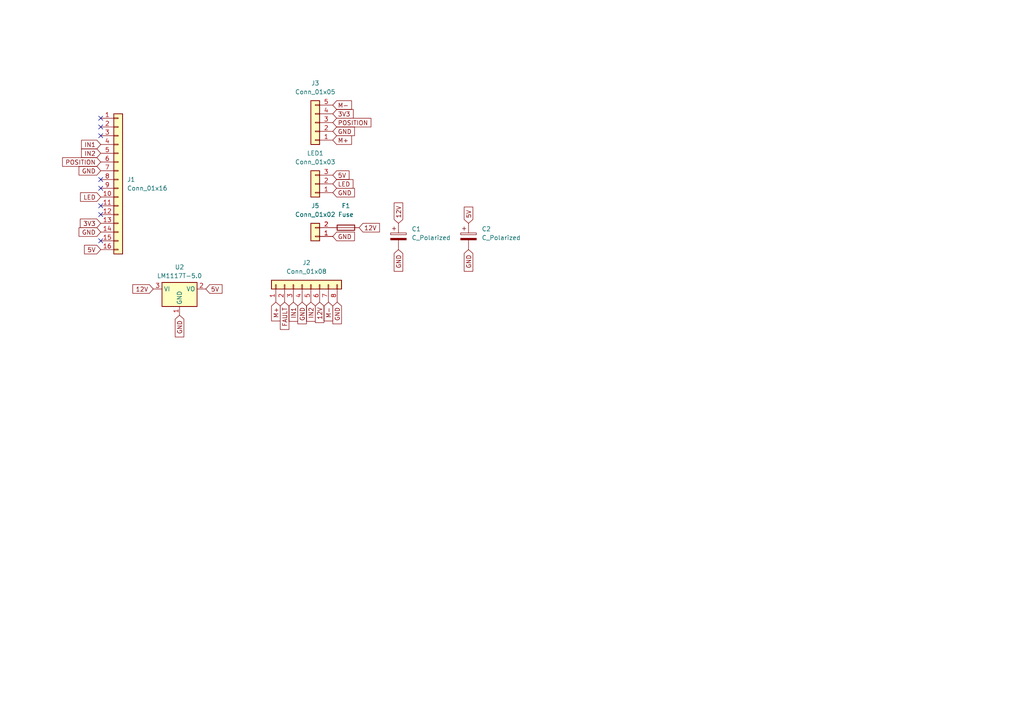
<source format=kicad_sch>
(kicad_sch (version 20231120) (generator "eeschema") (generator_version "8.0")
  (paper "A4")
  (lib_symbols
    (symbol "Connector_Generic:Conn_01x02" (pin_names (offset 1.016) hide)
      (property "Reference" "J" (at 0 2.54 0))
      (property "Value" "Conn_01x02" (at 0 -5.08 0))
      (symbol "Conn_01x02_1_1"
        (rectangle (start -1.27 -2.413) (end 0 -2.667) (stroke (width 0.1524)))
        (rectangle (start -1.27 0.127) (end 0 -0.127) (stroke (width 0.1524)))
        (rectangle (start -1.27 1.27) (end 1.27 -3.81) (stroke (width 0.254)) (fill (type background)))
        (pin passive line (at -5.08 0 0) (length 3.81) (name "Pin_1") (number "1"))
        (pin passive line (at -5.08 -2.54 0) (length 3.81) (name "Pin_2") (number "2"))
      )
    )
    (symbol "Connector_Generic:Conn_01x03" (pin_names (offset 1.016) hide)
      (property "Reference" "J" (at 0 5.08 0))
      (property "Value" "Conn_01x03" (at 0 -5.08 0))
      (symbol "Conn_01x03_1_1"
        (rectangle (start -1.27 -2.413) (end 0 -2.667) (stroke (width 0.1524)))
        (rectangle (start -1.27 0.127) (end 0 -0.127) (stroke (width 0.1524)))
        (rectangle (start -1.27 2.667) (end 0 2.413) (stroke (width 0.1524)))
        (rectangle (start -1.27 3.81) (end 1.27 -3.81) (stroke (width 0.254)) (fill (type background)))
        (pin passive line (at -5.08 2.54 0) (length 3.81) (name "Pin_1") (number "1"))
        (pin passive line (at -5.08 0 0) (length 3.81) (name "Pin_2") (number "2"))
        (pin passive line (at -5.08 -2.54 0) (length 3.81) (name "Pin_3") (number "3"))
      )
    )
    (symbol "Connector_Generic:Conn_01x05" (pin_names (offset 1.016) hide)
      (property "Reference" "J" (at 0 7.62 0))
      (property "Value" "Conn_01x05" (at 0 -7.62 0))
      (symbol "Conn_01x05_1_1"
        (rectangle (start -1.27 -4.953) (end 0 -5.207) (stroke (width 0.1524)))
        (rectangle (start -1.27 -2.413) (end 0 -2.667) (stroke (width 0.1524)))
        (rectangle (start -1.27 0.127) (end 0 -0.127) (stroke (width 0.1524)))
        (rectangle (start -1.27 2.667) (end 0 2.413) (stroke (width 0.1524)))
        (rectangle (start -1.27 5.207) (end 0 4.953) (stroke (width 0.1524)))
        (rectangle (start -1.27 6.35) (end 1.27 -6.35) (stroke (width 0.254)) (fill (type background)))
        (pin passive line (at -5.08 5.08 0) (length 3.81) (name "Pin_1") (number "1"))
        (pin passive line (at -5.08 2.54 0) (length 3.81) (name "Pin_2") (number "2"))
        (pin passive line (at -5.08 0 0) (length 3.81) (name "Pin_3") (number "3"))
        (pin passive line (at -5.08 -2.54 0) (length 3.81) (name "Pin_4") (number "4"))
        (pin passive line (at -5.08 -5.08 0) (length 3.81) (name "Pin_5") (number "5"))
      )
    )
    (symbol "Connector_Generic:Conn_01x08" (pin_names (offset 1.016) hide)
      (property "Reference" "J" (at 0 10.16 0))
      (property "Value" "Conn_01x08" (at 0 -12.7 0))
      (symbol "Conn_01x08_1_1"
        (rectangle (start -1.27 -10.033) (end 0 -10.287) (stroke (width 0.1524)))
        (rectangle (start -1.27 -7.493) (end 0 -7.747) (stroke (width 0.1524)))
        (rectangle (start -1.27 -4.953) (end 0 -5.207) (stroke (width 0.1524)))
        (rectangle (start -1.27 -2.413) (end 0 -2.667) (stroke (width 0.1524)))
        (rectangle (start -1.27 0.127) (end 0 -0.127) (stroke (width 0.1524)))
        (rectangle (start -1.27 2.667) (end 0 2.413) (stroke (width 0.1524)))
        (rectangle (start -1.27 5.207) (end 0 4.953) (stroke (width 0.1524)))
        (rectangle (start -1.27 7.747) (end 0 7.493) (stroke (width 0.1524)))
        (rectangle (start -1.27 8.89) (end 1.27 -11.43) (stroke (width 0.254)) (fill (type background)))
        (pin passive line (at -5.08 7.62 0) (length 3.81) (name "Pin_1") (number "1"))
        (pin passive line (at -5.08 5.08 0) (length 3.81) (name "Pin_2") (number "2"))
        (pin passive line (at -5.08 2.54 0) (length 3.81) (name "Pin_3") (number "3"))
        (pin passive line (at -5.08 0 0) (length 3.81) (name "Pin_4") (number "4"))
        (pin passive line (at -5.08 -2.54 0) (length 3.81) (name "Pin_5") (number "5"))
        (pin passive line (at -5.08 -5.08 0) (length 3.81) (name "Pin_6") (number "6"))
        (pin passive line (at -5.08 -7.62 0) (length 3.81) (name "Pin_7") (number "7"))
        (pin passive line (at -5.08 -10.16 0) (length 3.81) (name "Pin_8") (number "8"))
      )
    )
    (symbol "Connector_Generic:Conn_01x16" (pin_names (offset 1.016) hide)
      (property "Reference" "J" (at 0 20.32 0))
      (property "Value" "Conn_01x16" (at 0 -22.86 0))
      (symbol "Conn_01x16_1_1"
        (rectangle (start -1.27 -20.193) (end 0 -20.447) (stroke (width 0.1524)))
        (rectangle (start -1.27 -17.653) (end 0 -17.907) (stroke (width 0.1524)))
        (rectangle (start -1.27 -15.113) (end 0 -15.367) (stroke (width 0.1524)))
        (rectangle (start -1.27 -12.573) (end 0 -12.827) (stroke (width 0.1524)))
        (rectangle (start -1.27 -10.033) (end 0 -10.287) (stroke (width 0.1524)))
        (rectangle (start -1.27 -7.493) (end 0 -7.747) (stroke (width 0.1524)))
        (rectangle (start -1.27 -4.953) (end 0 -5.207) (stroke (width 0.1524)))
        (rectangle (start -1.27 -2.413) (end 0 -2.667) (stroke (width 0.1524)))
        (rectangle (start -1.27 0.127) (end 0 -0.127) (stroke (width 0.1524)))
        (rectangle (start -1.27 2.667) (end 0 2.413) (stroke (width 0.1524)))
        (rectangle (start -1.27 5.207) (end 0 4.953) (stroke (width 0.1524)))
        (rectangle (start -1.27 7.747) (end 0 7.493) (stroke (width 0.1524)))
        (rectangle (start -1.27 10.287) (end 0 10.033) (stroke (width 0.1524)))
        (rectangle (start -1.27 12.827) (end 0 12.573) (stroke (width 0.1524)))
        (rectangle (start -1.27 15.367) (end 0 15.113) (stroke (width 0.1524)))
        (rectangle (start -1.27 17.907) (end 0 17.653) (stroke (width 0.1524)))
        (rectangle (start -1.27 19.05) (end 1.27 -21.59) (stroke (width 0.254)) (fill (type background)))
        (pin passive line (at -5.08 17.78 0) (length 3.81) (name "Pin_1") (number "1"))
        (pin passive line (at -5.08 -5.08 0) (length 3.81) (name "Pin_10") (number "10"))
        (pin passive line (at -5.08 -7.62 0) (length 3.81) (name "Pin_11") (number "11"))
        (pin passive line (at -5.08 -10.16 0) (length 3.81) (name "Pin_12") (number "12"))
        (pin passive line (at -5.08 -12.7 0) (length 3.81) (name "Pin_13") (number "13"))
        (pin passive line (at -5.08 -15.24 0) (length 3.81) (name "Pin_14") (number "14"))
        (pin passive line (at -5.08 -17.78 0) (length 3.81) (name "Pin_15") (number "15"))
        (pin passive line (at -5.08 -20.32 0) (length 3.81) (name "Pin_16") (number "16"))
        (pin passive line (at -5.08 15.24 0) (length 3.81) (name "Pin_2") (number "2"))
        (pin passive line (at -5.08 12.7 0) (length 3.81) (name "Pin_3") (number "3"))
        (pin passive line (at -5.08 10.16 0) (length 3.81) (name "Pin_4") (number "4"))
        (pin passive line (at -5.08 7.62 0) (length 3.81) (name "Pin_5") (number "5"))
        (pin passive line (at -5.08 5.08 0) (length 3.81) (name "Pin_6") (number "6"))
        (pin passive line (at -5.08 2.54 0) (length 3.81) (name "Pin_7") (number "7"))
        (pin passive line (at -5.08 0 0) (length 3.81) (name "Pin_8") (number "8"))
        (pin passive line (at -5.08 -2.54 0) (length 3.81) (name "Pin_9") (number "9"))
      )
    )
    (symbol "Device:C_Polarized" (pin_numbers hide) (pin_names (offset 0.254))
      (property "Reference" "C" (at 0.635 2.54 0))
      (property "Value" "C_Polarized" (at 0.635 -2.54 0))
      (symbol "C_Polarized_0_1"
        (rectangle (start -2.286 0.508) (end 2.286 1.016))
        (polyline (pts (xy -1.778 2.286) (xy -0.762 2.286)))
        (polyline (pts (xy -1.27 2.794) (xy -1.27 1.778)))
        (rectangle (start 2.286 -0.508) (end -2.286 -1.016) (fill (type outline)))
      )
      (symbol "C_Polarized_1_1"
        (pin passive line (at 0 3.81 270) (length 2.794) (name "~") (number "1"))
        (pin passive line (at 0 -3.81 90) (length 2.794) (name "~") (number "2"))
      )
    )
    (symbol "Device:Fuse" (pin_numbers hide) (pin_names (offset 0))
      (property "Reference" "F" (at 2.032 0 90))
      (property "Value" "Fuse" (at -1.905 0 90))
      (symbol "Fuse_0_1"
        (rectangle (start -0.762 -2.54) (end 0.762 2.54) (stroke (width 0.254)))
        (polyline (pts (xy 0 2.54) (xy 0 -2.54)))
      )
      (symbol "Fuse_1_1"
        (pin passive line (at 0 3.81 270) (length 1.27) (name "~") (number "1"))
        (pin passive line (at 0 -3.81 90) (length 1.27) (name "~") (number "2"))
      )
    )
    (symbol "Regulator_Linear:LM1117T-5.0"
      (property "Reference" "U" (at -3.81 3.175 0))
      (property "Value" "LM1117T-5.0" (at 0 3.175 0))
      (symbol "LM1117T-5.0_0_1"
        (rectangle (start -5.08 -5.08) (end 5.08 1.905) (stroke (width 0.254)) (fill (type background)))
      )
      (symbol "LM1117T-5.0_1_1"
        (pin power_in line (at 0 -7.62 90) (length 2.54) (name "GND") (number "1"))
        (pin power_out line (at 7.62 0 180) (length 2.54) (name "VO") (number "2"))
        (pin power_in line (at -7.62 0 0) (length 2.54) (name "VI") (number "3"))
      )
    )
  )
  (no_connect (at 29.21 52.07))
  (no_connect (at 29.21 34.29))
  (no_connect (at 29.21 62.23))
  (no_connect (at 29.21 39.37))
  (no_connect (at 29.21 69.85))
  (no_connect (at 29.21 36.83))
  (no_connect (at 29.21 59.69))
  (no_connect (at 29.21 54.61))
  (global_label "GND" (shape input) (at 135.89 72.39 270) (property "Intersheetrefs" "${INTERSHEET_REFS}" (effects (hide yes))))
  (global_label "POSITION" (shape input) (at 29.21 46.99 180) (property "Intersheetrefs" "${INTERSHEET_REFS}" (effects (hide yes))))
  (global_label "12V" (shape input) (at 115.57 64.77 90) (property "Intersheetrefs" "${INTERSHEET_REFS}" (effects (hide yes))))
  (global_label "IN2" (shape input) (at 29.21 44.45 180) (property "Intersheetrefs" "${INTERSHEET_REFS}" (effects (hide yes))))
  (global_label "5V" (shape input) (at 135.89 64.77 90) (property "Intersheetrefs" "${INTERSHEET_REFS}" (effects (hide yes))))
  (global_label "5V" (shape input) (at 59.69 83.82 0) (property "Intersheetrefs" "${INTERSHEET_REFS}" (effects (hide yes))))
  (global_label "5V" (shape input) (at 29.21 72.39 180) (property "Intersheetrefs" "${INTERSHEET_REFS}" (effects (hide yes))))
  (global_label "GND" (shape input) (at 115.57 72.39 270) (property "Intersheetrefs" "${INTERSHEET_REFS}" (effects (hide yes))))
  (global_label "POSITION" (shape input) (at 96.52 35.56 0) (property "Intersheetrefs" "${INTERSHEET_REFS}" (effects (hide yes))))
  (global_label "12V" (shape input) (at 92.71 87.63 270) (property "Intersheetrefs" "${INTERSHEET_REFS}" (effects (hide yes))))
  (global_label "3V3" (shape input) (at 96.52 33.02 0) (property "Intersheetrefs" "${INTERSHEET_REFS}" (effects (hide yes))))
  (global_label "M-" (shape input) (at 95.25 87.63 270) (property "Intersheetrefs" "${INTERSHEET_REFS}" (effects (hide yes))))
  (global_label "LED" (shape input) (at 29.21 57.15 180) (property "Intersheetrefs" "${INTERSHEET_REFS}" (effects (hide yes))))
  (global_label "GND" (shape input) (at 87.63 87.63 270) (property "Intersheetrefs" "${INTERSHEET_REFS}" (effects (hide yes))))
  (global_label "5V" (shape input) (at 96.52 50.8 0) (property "Intersheetrefs" "${INTERSHEET_REFS}" (effects (hide yes))))
  (global_label "GND" (shape input) (at 96.52 68.58 0) (property "Intersheetrefs" "${INTERSHEET_REFS}" (effects (hide yes))))
  (global_label "GND" (shape input) (at 97.79 87.63 270) (property "Intersheetrefs" "${INTERSHEET_REFS}" (effects (hide yes))))
  (global_label "IN1" (shape input) (at 85.09 87.63 270) (property "Intersheetrefs" "${INTERSHEET_REFS}" (effects (hide yes))))
  (global_label "M+" (shape input) (at 80.01 87.63 270) (property "Intersheetrefs" "${INTERSHEET_REFS}" (effects (hide yes))))
  (global_label "GND" (shape input) (at 96.52 55.88 0) (property "Intersheetrefs" "${INTERSHEET_REFS}" (effects (hide yes))))
  (global_label "GND" (shape input) (at 29.21 67.31 180) (property "Intersheetrefs" "${INTERSHEET_REFS}" (effects (hide yes))))
  (global_label "IN1" (shape input) (at 29.21 41.91 180) (property "Intersheetrefs" "${INTERSHEET_REFS}" (effects (hide yes))))
  (global_label "3V3" (shape input) (at 29.21 64.77 180) (property "Intersheetrefs" "${INTERSHEET_REFS}" (effects (hide yes))))
  (global_label "M+" (shape input) (at 96.52 40.64 0) (property "Intersheetrefs" "${INTERSHEET_REFS}" (effects (hide yes))))
  (global_label "GND" (shape input) (at 29.21 49.53 180) (property "Intersheetrefs" "${INTERSHEET_REFS}" (effects (hide yes))))
  (global_label "LED" (shape input) (at 96.52 53.34 0) (property "Intersheetrefs" "${INTERSHEET_REFS}" (effects (hide yes))))
  (global_label "GND" (shape input) (at 52.07 91.44 270) (property "Intersheetrefs" "${INTERSHEET_REFS}" (effects (hide yes))))
  (global_label "12V" (shape input) (at 104.14 66.04 0) (property "Intersheetrefs" "${INTERSHEET_REFS}" (effects (hide yes))))
  (global_label "FAULT" (shape input) (at 82.55 87.63 270) (property "Intersheetrefs" "${INTERSHEET_REFS}" (effects (hide yes))))
  (global_label "12V" (shape input) (at 44.45 83.82 180) (property "Intersheetrefs" "${INTERSHEET_REFS}" (effects (hide yes))))
  (global_label "IN2" (shape input) (at 90.17 87.63 270) (property "Intersheetrefs" "${INTERSHEET_REFS}" (effects (hide yes))))
  (global_label "M-" (shape input) (at 96.52 30.48 0) (property "Intersheetrefs" "${INTERSHEET_REFS}" (effects (hide yes))))
  (global_label "GND" (shape input) (at 96.52 38.1 0) (property "Intersheetrefs" "${INTERSHEET_REFS}" (effects (hide yes))))
  (symbol (lib_id "Connector_Generic:Conn_01x08") (at 87.63 82.55 90) (unit 1)
    (property "Reference" "J2" (at 88.9 76.2 90))
    (property "Value" "Conn_01x08" (at 88.9 78.74 90))
    (property "Footprint" "tle5205:DPAK127P1500X440-8N" (effects (hide yes)))
    (property "Description" "Generic connector, single row, 01x08, script generated (kicad-library-utils/schlib/autogen/connector/)" (effects (hide yes)))
  )
  (symbol (lib_id "Device:C_Polarized") (at 135.89 68.58 0) (unit 1)
    (property "Reference" "C2" (at 139.7 66.4209 0) (effects (justify left)))
    (property "Value" "C_Polarized" (at 139.7 68.9609 0) (effects (justify left)))
    (property "Footprint" "Capacitor_THT:CP_Radial_D10.0mm_P7.50mm" (effects (hide yes)))
    (property "Description" "Polarized capacitor" (effects (hide yes)))
  )
  (symbol (lib_id "Connector_Generic:Conn_01x05") (at 91.44 35.56 180) (unit 1)
    (property "Reference" "J3" (at 91.44 24.13 0))
    (property "Value" "Conn_01x05" (at 91.44 26.67 0))
    (property "Footprint" "TerminalBlock_Phoenix:TerminalBlock_Phoenix_MKDS-1,5-5_1x05_P5.00mm_Horizontal" (effects (hide yes)))
    (property "Description" "Generic connector, single row, 01x05, script generated (kicad-library-utils/schlib/autogen/connector/)" (effects (hide yes)))
  )
  (symbol (lib_id "Connector_Generic:Conn_01x03") (at 91.44 53.34 180) (unit 1)
    (property "Reference" "LED1" (at 91.44 44.45 0))
    (property "Value" "Conn_01x03" (at 91.44 46.99 0))
    (property "Footprint" "Connector_PinHeader_2.54mm:PinHeader_1x03_P2.54mm_Vertical" (effects (hide yes)))
    (property "Description" "Generic connector, single row, 01x03, script generated (kicad-library-utils/schlib/autogen/connector/)" (effects (hide yes)))
  )
  (symbol (lib_id "Regulator_Linear:LM1117T-5.0") (at 52.07 83.82 0) (unit 1)
    (property "Reference" "U2" (at 52.07 77.47 0))
    (property "Value" "LM1117T-5.0" (at 52.07 80.01 0))
    (property "Footprint" "Package_TO_SOT_THT:TO-220-3_Vertical" (effects (hide yes)))
    (property "Datasheet" "http://www.ti.com/lit/ds/symlink/lm1117.pdf" (effects (hide yes)))
    (property "Description" "800mA Low-Dropout Linear Regulator, 5.0V fixed output, TO-220" (effects (hide yes)))
  )
  (symbol (lib_id "Connector_Generic:Conn_01x02") (at 91.44 68.58 180) (unit 1)
    (property "Reference" "J5" (at 91.44 59.69 0))
    (property "Value" "Conn_01x02" (at 91.44 62.23 0))
    (property "Footprint" "TerminalBlock_Phoenix:TerminalBlock_Phoenix_MKDS-1,5-2_1x02_P5.00mm_Horizontal" (effects (hide yes)))
    (property "Description" "Generic connector, single row, 01x02, script generated (kicad-library-utils/schlib/autogen/connector/)" (effects (hide yes)))
  )
  (symbol (lib_id "Connector_Generic:Conn_01x16") (at 34.29 52.07 0) (unit 1)
    (property "Reference" "J1" (at 36.83 52.0699 0) (effects (justify left)))
    (property "Value" "Conn_01x16" (at 36.83 54.6099 0) (effects (justify left)))
    (property "Footprint" "Connector_PinHeader_2.54mm:PinHeader_1x16_P2.54mm_Vertical" (effects (hide yes)))
    (property "Description" "Generic connector, single row, 01x16, script generated (kicad-library-utils/schlib/autogen/connector/)" (effects (hide yes)))
  )
  (symbol (lib_id "Device:C_Polarized") (at 115.57 68.58 0) (unit 1)
    (property "Reference" "C1" (at 119.38 66.4209 0) (effects (justify left)))
    (property "Value" "C_Polarized" (at 119.38 68.9609 0) (effects (justify left)))
    (property "Footprint" "Capacitor_THT:CP_Radial_D10.0mm_P7.50mm" (effects (hide yes)))
    (property "Description" "Polarized capacitor" (effects (hide yes)))
  )
  (symbol (lib_id "Device:Fuse") (at 100.33 66.04 90) (unit 1)
    (property "Reference" "F1" (at 100.33 59.69 90))
    (property "Value" "Fuse" (at 100.33 62.23 90))
    (property "Footprint" "Fuse:Fuseholder_Clip-5x20mm_Keystone_3517_Inline_P23.11x6.76mm_D1.70mm_Horizontal" (effects (hide yes)))
    (property "Description" "Fuse" (effects (hide yes)))
  )
)
</source>
